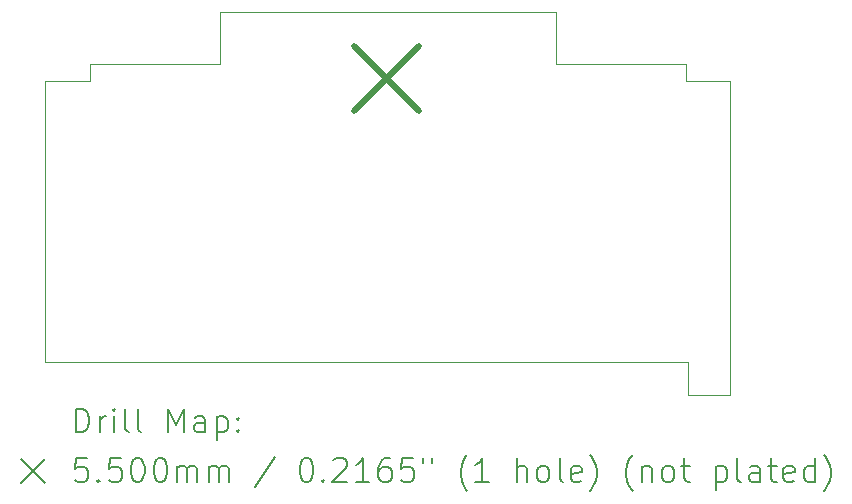
<source format=gbr>
%TF.GenerationSoftware,KiCad,Pcbnew,8.0.1*%
%TF.CreationDate,2024-06-04T21:42:47+02:00*%
%TF.ProjectId,BMW E30 VFL SI Indicator,424d5720-4533-4302-9056-464c20534920,rev?*%
%TF.SameCoordinates,Original*%
%TF.FileFunction,Drillmap*%
%TF.FilePolarity,Positive*%
%FSLAX45Y45*%
G04 Gerber Fmt 4.5, Leading zero omitted, Abs format (unit mm)*
G04 Created by KiCad (PCBNEW 8.0.1) date 2024-06-04 21:42:47*
%MOMM*%
%LPD*%
G01*
G04 APERTURE LIST*
%ADD10C,0.050000*%
%ADD11C,0.200000*%
%ADD12C,0.550000*%
G04 APERTURE END LIST*
D10*
X12520000Y-7820000D02*
X12520000Y-7680000D01*
X17940000Y-10480000D02*
X17940000Y-7820000D01*
X17580000Y-10200000D02*
X17580000Y-10480000D01*
X13620000Y-7240000D02*
X16460000Y-7240000D01*
X17560000Y-7820000D02*
X17560000Y-7680000D01*
X16460000Y-7680000D02*
X16460000Y-7240000D01*
X12140000Y-7820000D02*
X12520000Y-7820000D01*
X17580000Y-10480000D02*
X17940000Y-10480000D01*
X17940000Y-7820000D02*
X17560000Y-7820000D01*
X17560000Y-7680000D02*
X16460000Y-7680000D01*
X12520000Y-7680000D02*
X13620000Y-7680000D01*
X12140000Y-10200000D02*
X12140000Y-7820000D01*
X12140000Y-10200000D02*
X17580000Y-10200000D01*
X13620000Y-7680000D02*
X13620000Y-7240000D01*
D11*
D12*
X14755000Y-7525000D02*
X15305000Y-8075000D01*
X15305000Y-7525000D02*
X14755000Y-8075000D01*
D11*
X12398277Y-10793984D02*
X12398277Y-10593984D01*
X12398277Y-10593984D02*
X12445896Y-10593984D01*
X12445896Y-10593984D02*
X12474467Y-10603508D01*
X12474467Y-10603508D02*
X12493515Y-10622555D01*
X12493515Y-10622555D02*
X12503039Y-10641603D01*
X12503039Y-10641603D02*
X12512562Y-10679698D01*
X12512562Y-10679698D02*
X12512562Y-10708270D01*
X12512562Y-10708270D02*
X12503039Y-10746365D01*
X12503039Y-10746365D02*
X12493515Y-10765412D01*
X12493515Y-10765412D02*
X12474467Y-10784460D01*
X12474467Y-10784460D02*
X12445896Y-10793984D01*
X12445896Y-10793984D02*
X12398277Y-10793984D01*
X12598277Y-10793984D02*
X12598277Y-10660650D01*
X12598277Y-10698746D02*
X12607801Y-10679698D01*
X12607801Y-10679698D02*
X12617324Y-10670174D01*
X12617324Y-10670174D02*
X12636372Y-10660650D01*
X12636372Y-10660650D02*
X12655420Y-10660650D01*
X12722086Y-10793984D02*
X12722086Y-10660650D01*
X12722086Y-10593984D02*
X12712562Y-10603508D01*
X12712562Y-10603508D02*
X12722086Y-10613031D01*
X12722086Y-10613031D02*
X12731610Y-10603508D01*
X12731610Y-10603508D02*
X12722086Y-10593984D01*
X12722086Y-10593984D02*
X12722086Y-10613031D01*
X12845896Y-10793984D02*
X12826848Y-10784460D01*
X12826848Y-10784460D02*
X12817324Y-10765412D01*
X12817324Y-10765412D02*
X12817324Y-10593984D01*
X12950658Y-10793984D02*
X12931610Y-10784460D01*
X12931610Y-10784460D02*
X12922086Y-10765412D01*
X12922086Y-10765412D02*
X12922086Y-10593984D01*
X13179229Y-10793984D02*
X13179229Y-10593984D01*
X13179229Y-10593984D02*
X13245896Y-10736841D01*
X13245896Y-10736841D02*
X13312562Y-10593984D01*
X13312562Y-10593984D02*
X13312562Y-10793984D01*
X13493515Y-10793984D02*
X13493515Y-10689222D01*
X13493515Y-10689222D02*
X13483991Y-10670174D01*
X13483991Y-10670174D02*
X13464943Y-10660650D01*
X13464943Y-10660650D02*
X13426848Y-10660650D01*
X13426848Y-10660650D02*
X13407801Y-10670174D01*
X13493515Y-10784460D02*
X13474467Y-10793984D01*
X13474467Y-10793984D02*
X13426848Y-10793984D01*
X13426848Y-10793984D02*
X13407801Y-10784460D01*
X13407801Y-10784460D02*
X13398277Y-10765412D01*
X13398277Y-10765412D02*
X13398277Y-10746365D01*
X13398277Y-10746365D02*
X13407801Y-10727317D01*
X13407801Y-10727317D02*
X13426848Y-10717793D01*
X13426848Y-10717793D02*
X13474467Y-10717793D01*
X13474467Y-10717793D02*
X13493515Y-10708270D01*
X13588753Y-10660650D02*
X13588753Y-10860650D01*
X13588753Y-10670174D02*
X13607801Y-10660650D01*
X13607801Y-10660650D02*
X13645896Y-10660650D01*
X13645896Y-10660650D02*
X13664943Y-10670174D01*
X13664943Y-10670174D02*
X13674467Y-10679698D01*
X13674467Y-10679698D02*
X13683991Y-10698746D01*
X13683991Y-10698746D02*
X13683991Y-10755889D01*
X13683991Y-10755889D02*
X13674467Y-10774936D01*
X13674467Y-10774936D02*
X13664943Y-10784460D01*
X13664943Y-10784460D02*
X13645896Y-10793984D01*
X13645896Y-10793984D02*
X13607801Y-10793984D01*
X13607801Y-10793984D02*
X13588753Y-10784460D01*
X13769705Y-10774936D02*
X13779229Y-10784460D01*
X13779229Y-10784460D02*
X13769705Y-10793984D01*
X13769705Y-10793984D02*
X13760182Y-10784460D01*
X13760182Y-10784460D02*
X13769705Y-10774936D01*
X13769705Y-10774936D02*
X13769705Y-10793984D01*
X13769705Y-10670174D02*
X13779229Y-10679698D01*
X13779229Y-10679698D02*
X13769705Y-10689222D01*
X13769705Y-10689222D02*
X13760182Y-10679698D01*
X13760182Y-10679698D02*
X13769705Y-10670174D01*
X13769705Y-10670174D02*
X13769705Y-10689222D01*
X11937500Y-11022500D02*
X12137500Y-11222500D01*
X12137500Y-11022500D02*
X11937500Y-11222500D01*
X12493515Y-11013984D02*
X12398277Y-11013984D01*
X12398277Y-11013984D02*
X12388753Y-11109222D01*
X12388753Y-11109222D02*
X12398277Y-11099698D01*
X12398277Y-11099698D02*
X12417324Y-11090174D01*
X12417324Y-11090174D02*
X12464943Y-11090174D01*
X12464943Y-11090174D02*
X12483991Y-11099698D01*
X12483991Y-11099698D02*
X12493515Y-11109222D01*
X12493515Y-11109222D02*
X12503039Y-11128270D01*
X12503039Y-11128270D02*
X12503039Y-11175889D01*
X12503039Y-11175889D02*
X12493515Y-11194936D01*
X12493515Y-11194936D02*
X12483991Y-11204460D01*
X12483991Y-11204460D02*
X12464943Y-11213984D01*
X12464943Y-11213984D02*
X12417324Y-11213984D01*
X12417324Y-11213984D02*
X12398277Y-11204460D01*
X12398277Y-11204460D02*
X12388753Y-11194936D01*
X12588753Y-11194936D02*
X12598277Y-11204460D01*
X12598277Y-11204460D02*
X12588753Y-11213984D01*
X12588753Y-11213984D02*
X12579229Y-11204460D01*
X12579229Y-11204460D02*
X12588753Y-11194936D01*
X12588753Y-11194936D02*
X12588753Y-11213984D01*
X12779229Y-11013984D02*
X12683991Y-11013984D01*
X12683991Y-11013984D02*
X12674467Y-11109222D01*
X12674467Y-11109222D02*
X12683991Y-11099698D01*
X12683991Y-11099698D02*
X12703039Y-11090174D01*
X12703039Y-11090174D02*
X12750658Y-11090174D01*
X12750658Y-11090174D02*
X12769705Y-11099698D01*
X12769705Y-11099698D02*
X12779229Y-11109222D01*
X12779229Y-11109222D02*
X12788753Y-11128270D01*
X12788753Y-11128270D02*
X12788753Y-11175889D01*
X12788753Y-11175889D02*
X12779229Y-11194936D01*
X12779229Y-11194936D02*
X12769705Y-11204460D01*
X12769705Y-11204460D02*
X12750658Y-11213984D01*
X12750658Y-11213984D02*
X12703039Y-11213984D01*
X12703039Y-11213984D02*
X12683991Y-11204460D01*
X12683991Y-11204460D02*
X12674467Y-11194936D01*
X12912562Y-11013984D02*
X12931610Y-11013984D01*
X12931610Y-11013984D02*
X12950658Y-11023508D01*
X12950658Y-11023508D02*
X12960182Y-11033031D01*
X12960182Y-11033031D02*
X12969705Y-11052079D01*
X12969705Y-11052079D02*
X12979229Y-11090174D01*
X12979229Y-11090174D02*
X12979229Y-11137793D01*
X12979229Y-11137793D02*
X12969705Y-11175889D01*
X12969705Y-11175889D02*
X12960182Y-11194936D01*
X12960182Y-11194936D02*
X12950658Y-11204460D01*
X12950658Y-11204460D02*
X12931610Y-11213984D01*
X12931610Y-11213984D02*
X12912562Y-11213984D01*
X12912562Y-11213984D02*
X12893515Y-11204460D01*
X12893515Y-11204460D02*
X12883991Y-11194936D01*
X12883991Y-11194936D02*
X12874467Y-11175889D01*
X12874467Y-11175889D02*
X12864943Y-11137793D01*
X12864943Y-11137793D02*
X12864943Y-11090174D01*
X12864943Y-11090174D02*
X12874467Y-11052079D01*
X12874467Y-11052079D02*
X12883991Y-11033031D01*
X12883991Y-11033031D02*
X12893515Y-11023508D01*
X12893515Y-11023508D02*
X12912562Y-11013984D01*
X13103039Y-11013984D02*
X13122086Y-11013984D01*
X13122086Y-11013984D02*
X13141134Y-11023508D01*
X13141134Y-11023508D02*
X13150658Y-11033031D01*
X13150658Y-11033031D02*
X13160182Y-11052079D01*
X13160182Y-11052079D02*
X13169705Y-11090174D01*
X13169705Y-11090174D02*
X13169705Y-11137793D01*
X13169705Y-11137793D02*
X13160182Y-11175889D01*
X13160182Y-11175889D02*
X13150658Y-11194936D01*
X13150658Y-11194936D02*
X13141134Y-11204460D01*
X13141134Y-11204460D02*
X13122086Y-11213984D01*
X13122086Y-11213984D02*
X13103039Y-11213984D01*
X13103039Y-11213984D02*
X13083991Y-11204460D01*
X13083991Y-11204460D02*
X13074467Y-11194936D01*
X13074467Y-11194936D02*
X13064943Y-11175889D01*
X13064943Y-11175889D02*
X13055420Y-11137793D01*
X13055420Y-11137793D02*
X13055420Y-11090174D01*
X13055420Y-11090174D02*
X13064943Y-11052079D01*
X13064943Y-11052079D02*
X13074467Y-11033031D01*
X13074467Y-11033031D02*
X13083991Y-11023508D01*
X13083991Y-11023508D02*
X13103039Y-11013984D01*
X13255420Y-11213984D02*
X13255420Y-11080650D01*
X13255420Y-11099698D02*
X13264943Y-11090174D01*
X13264943Y-11090174D02*
X13283991Y-11080650D01*
X13283991Y-11080650D02*
X13312563Y-11080650D01*
X13312563Y-11080650D02*
X13331610Y-11090174D01*
X13331610Y-11090174D02*
X13341134Y-11109222D01*
X13341134Y-11109222D02*
X13341134Y-11213984D01*
X13341134Y-11109222D02*
X13350658Y-11090174D01*
X13350658Y-11090174D02*
X13369705Y-11080650D01*
X13369705Y-11080650D02*
X13398277Y-11080650D01*
X13398277Y-11080650D02*
X13417324Y-11090174D01*
X13417324Y-11090174D02*
X13426848Y-11109222D01*
X13426848Y-11109222D02*
X13426848Y-11213984D01*
X13522086Y-11213984D02*
X13522086Y-11080650D01*
X13522086Y-11099698D02*
X13531610Y-11090174D01*
X13531610Y-11090174D02*
X13550658Y-11080650D01*
X13550658Y-11080650D02*
X13579229Y-11080650D01*
X13579229Y-11080650D02*
X13598277Y-11090174D01*
X13598277Y-11090174D02*
X13607801Y-11109222D01*
X13607801Y-11109222D02*
X13607801Y-11213984D01*
X13607801Y-11109222D02*
X13617324Y-11090174D01*
X13617324Y-11090174D02*
X13636372Y-11080650D01*
X13636372Y-11080650D02*
X13664943Y-11080650D01*
X13664943Y-11080650D02*
X13683991Y-11090174D01*
X13683991Y-11090174D02*
X13693515Y-11109222D01*
X13693515Y-11109222D02*
X13693515Y-11213984D01*
X14083991Y-11004460D02*
X13912563Y-11261603D01*
X14341134Y-11013984D02*
X14360182Y-11013984D01*
X14360182Y-11013984D02*
X14379229Y-11023508D01*
X14379229Y-11023508D02*
X14388753Y-11033031D01*
X14388753Y-11033031D02*
X14398277Y-11052079D01*
X14398277Y-11052079D02*
X14407801Y-11090174D01*
X14407801Y-11090174D02*
X14407801Y-11137793D01*
X14407801Y-11137793D02*
X14398277Y-11175889D01*
X14398277Y-11175889D02*
X14388753Y-11194936D01*
X14388753Y-11194936D02*
X14379229Y-11204460D01*
X14379229Y-11204460D02*
X14360182Y-11213984D01*
X14360182Y-11213984D02*
X14341134Y-11213984D01*
X14341134Y-11213984D02*
X14322086Y-11204460D01*
X14322086Y-11204460D02*
X14312563Y-11194936D01*
X14312563Y-11194936D02*
X14303039Y-11175889D01*
X14303039Y-11175889D02*
X14293515Y-11137793D01*
X14293515Y-11137793D02*
X14293515Y-11090174D01*
X14293515Y-11090174D02*
X14303039Y-11052079D01*
X14303039Y-11052079D02*
X14312563Y-11033031D01*
X14312563Y-11033031D02*
X14322086Y-11023508D01*
X14322086Y-11023508D02*
X14341134Y-11013984D01*
X14493515Y-11194936D02*
X14503039Y-11204460D01*
X14503039Y-11204460D02*
X14493515Y-11213984D01*
X14493515Y-11213984D02*
X14483991Y-11204460D01*
X14483991Y-11204460D02*
X14493515Y-11194936D01*
X14493515Y-11194936D02*
X14493515Y-11213984D01*
X14579229Y-11033031D02*
X14588753Y-11023508D01*
X14588753Y-11023508D02*
X14607801Y-11013984D01*
X14607801Y-11013984D02*
X14655420Y-11013984D01*
X14655420Y-11013984D02*
X14674467Y-11023508D01*
X14674467Y-11023508D02*
X14683991Y-11033031D01*
X14683991Y-11033031D02*
X14693515Y-11052079D01*
X14693515Y-11052079D02*
X14693515Y-11071127D01*
X14693515Y-11071127D02*
X14683991Y-11099698D01*
X14683991Y-11099698D02*
X14569706Y-11213984D01*
X14569706Y-11213984D02*
X14693515Y-11213984D01*
X14883991Y-11213984D02*
X14769706Y-11213984D01*
X14826848Y-11213984D02*
X14826848Y-11013984D01*
X14826848Y-11013984D02*
X14807801Y-11042555D01*
X14807801Y-11042555D02*
X14788753Y-11061603D01*
X14788753Y-11061603D02*
X14769706Y-11071127D01*
X15055420Y-11013984D02*
X15017325Y-11013984D01*
X15017325Y-11013984D02*
X14998277Y-11023508D01*
X14998277Y-11023508D02*
X14988753Y-11033031D01*
X14988753Y-11033031D02*
X14969706Y-11061603D01*
X14969706Y-11061603D02*
X14960182Y-11099698D01*
X14960182Y-11099698D02*
X14960182Y-11175889D01*
X14960182Y-11175889D02*
X14969706Y-11194936D01*
X14969706Y-11194936D02*
X14979229Y-11204460D01*
X14979229Y-11204460D02*
X14998277Y-11213984D01*
X14998277Y-11213984D02*
X15036372Y-11213984D01*
X15036372Y-11213984D02*
X15055420Y-11204460D01*
X15055420Y-11204460D02*
X15064944Y-11194936D01*
X15064944Y-11194936D02*
X15074467Y-11175889D01*
X15074467Y-11175889D02*
X15074467Y-11128270D01*
X15074467Y-11128270D02*
X15064944Y-11109222D01*
X15064944Y-11109222D02*
X15055420Y-11099698D01*
X15055420Y-11099698D02*
X15036372Y-11090174D01*
X15036372Y-11090174D02*
X14998277Y-11090174D01*
X14998277Y-11090174D02*
X14979229Y-11099698D01*
X14979229Y-11099698D02*
X14969706Y-11109222D01*
X14969706Y-11109222D02*
X14960182Y-11128270D01*
X15255420Y-11013984D02*
X15160182Y-11013984D01*
X15160182Y-11013984D02*
X15150658Y-11109222D01*
X15150658Y-11109222D02*
X15160182Y-11099698D01*
X15160182Y-11099698D02*
X15179229Y-11090174D01*
X15179229Y-11090174D02*
X15226848Y-11090174D01*
X15226848Y-11090174D02*
X15245896Y-11099698D01*
X15245896Y-11099698D02*
X15255420Y-11109222D01*
X15255420Y-11109222D02*
X15264944Y-11128270D01*
X15264944Y-11128270D02*
X15264944Y-11175889D01*
X15264944Y-11175889D02*
X15255420Y-11194936D01*
X15255420Y-11194936D02*
X15245896Y-11204460D01*
X15245896Y-11204460D02*
X15226848Y-11213984D01*
X15226848Y-11213984D02*
X15179229Y-11213984D01*
X15179229Y-11213984D02*
X15160182Y-11204460D01*
X15160182Y-11204460D02*
X15150658Y-11194936D01*
X15341134Y-11013984D02*
X15341134Y-11052079D01*
X15417325Y-11013984D02*
X15417325Y-11052079D01*
X15712563Y-11290174D02*
X15703039Y-11280650D01*
X15703039Y-11280650D02*
X15683991Y-11252079D01*
X15683991Y-11252079D02*
X15674468Y-11233031D01*
X15674468Y-11233031D02*
X15664944Y-11204460D01*
X15664944Y-11204460D02*
X15655420Y-11156841D01*
X15655420Y-11156841D02*
X15655420Y-11118746D01*
X15655420Y-11118746D02*
X15664944Y-11071127D01*
X15664944Y-11071127D02*
X15674468Y-11042555D01*
X15674468Y-11042555D02*
X15683991Y-11023508D01*
X15683991Y-11023508D02*
X15703039Y-10994936D01*
X15703039Y-10994936D02*
X15712563Y-10985412D01*
X15893515Y-11213984D02*
X15779229Y-11213984D01*
X15836372Y-11213984D02*
X15836372Y-11013984D01*
X15836372Y-11013984D02*
X15817325Y-11042555D01*
X15817325Y-11042555D02*
X15798277Y-11061603D01*
X15798277Y-11061603D02*
X15779229Y-11071127D01*
X16131610Y-11213984D02*
X16131610Y-11013984D01*
X16217325Y-11213984D02*
X16217325Y-11109222D01*
X16217325Y-11109222D02*
X16207801Y-11090174D01*
X16207801Y-11090174D02*
X16188753Y-11080650D01*
X16188753Y-11080650D02*
X16160182Y-11080650D01*
X16160182Y-11080650D02*
X16141134Y-11090174D01*
X16141134Y-11090174D02*
X16131610Y-11099698D01*
X16341134Y-11213984D02*
X16322087Y-11204460D01*
X16322087Y-11204460D02*
X16312563Y-11194936D01*
X16312563Y-11194936D02*
X16303039Y-11175889D01*
X16303039Y-11175889D02*
X16303039Y-11118746D01*
X16303039Y-11118746D02*
X16312563Y-11099698D01*
X16312563Y-11099698D02*
X16322087Y-11090174D01*
X16322087Y-11090174D02*
X16341134Y-11080650D01*
X16341134Y-11080650D02*
X16369706Y-11080650D01*
X16369706Y-11080650D02*
X16388753Y-11090174D01*
X16388753Y-11090174D02*
X16398277Y-11099698D01*
X16398277Y-11099698D02*
X16407801Y-11118746D01*
X16407801Y-11118746D02*
X16407801Y-11175889D01*
X16407801Y-11175889D02*
X16398277Y-11194936D01*
X16398277Y-11194936D02*
X16388753Y-11204460D01*
X16388753Y-11204460D02*
X16369706Y-11213984D01*
X16369706Y-11213984D02*
X16341134Y-11213984D01*
X16522087Y-11213984D02*
X16503039Y-11204460D01*
X16503039Y-11204460D02*
X16493515Y-11185412D01*
X16493515Y-11185412D02*
X16493515Y-11013984D01*
X16674468Y-11204460D02*
X16655420Y-11213984D01*
X16655420Y-11213984D02*
X16617325Y-11213984D01*
X16617325Y-11213984D02*
X16598277Y-11204460D01*
X16598277Y-11204460D02*
X16588753Y-11185412D01*
X16588753Y-11185412D02*
X16588753Y-11109222D01*
X16588753Y-11109222D02*
X16598277Y-11090174D01*
X16598277Y-11090174D02*
X16617325Y-11080650D01*
X16617325Y-11080650D02*
X16655420Y-11080650D01*
X16655420Y-11080650D02*
X16674468Y-11090174D01*
X16674468Y-11090174D02*
X16683991Y-11109222D01*
X16683991Y-11109222D02*
X16683991Y-11128270D01*
X16683991Y-11128270D02*
X16588753Y-11147317D01*
X16750658Y-11290174D02*
X16760182Y-11280650D01*
X16760182Y-11280650D02*
X16779230Y-11252079D01*
X16779230Y-11252079D02*
X16788753Y-11233031D01*
X16788753Y-11233031D02*
X16798277Y-11204460D01*
X16798277Y-11204460D02*
X16807801Y-11156841D01*
X16807801Y-11156841D02*
X16807801Y-11118746D01*
X16807801Y-11118746D02*
X16798277Y-11071127D01*
X16798277Y-11071127D02*
X16788753Y-11042555D01*
X16788753Y-11042555D02*
X16779230Y-11023508D01*
X16779230Y-11023508D02*
X16760182Y-10994936D01*
X16760182Y-10994936D02*
X16750658Y-10985412D01*
X17112563Y-11290174D02*
X17103039Y-11280650D01*
X17103039Y-11280650D02*
X17083992Y-11252079D01*
X17083992Y-11252079D02*
X17074468Y-11233031D01*
X17074468Y-11233031D02*
X17064944Y-11204460D01*
X17064944Y-11204460D02*
X17055420Y-11156841D01*
X17055420Y-11156841D02*
X17055420Y-11118746D01*
X17055420Y-11118746D02*
X17064944Y-11071127D01*
X17064944Y-11071127D02*
X17074468Y-11042555D01*
X17074468Y-11042555D02*
X17083992Y-11023508D01*
X17083992Y-11023508D02*
X17103039Y-10994936D01*
X17103039Y-10994936D02*
X17112563Y-10985412D01*
X17188753Y-11080650D02*
X17188753Y-11213984D01*
X17188753Y-11099698D02*
X17198277Y-11090174D01*
X17198277Y-11090174D02*
X17217325Y-11080650D01*
X17217325Y-11080650D02*
X17245896Y-11080650D01*
X17245896Y-11080650D02*
X17264944Y-11090174D01*
X17264944Y-11090174D02*
X17274468Y-11109222D01*
X17274468Y-11109222D02*
X17274468Y-11213984D01*
X17398277Y-11213984D02*
X17379230Y-11204460D01*
X17379230Y-11204460D02*
X17369706Y-11194936D01*
X17369706Y-11194936D02*
X17360182Y-11175889D01*
X17360182Y-11175889D02*
X17360182Y-11118746D01*
X17360182Y-11118746D02*
X17369706Y-11099698D01*
X17369706Y-11099698D02*
X17379230Y-11090174D01*
X17379230Y-11090174D02*
X17398277Y-11080650D01*
X17398277Y-11080650D02*
X17426849Y-11080650D01*
X17426849Y-11080650D02*
X17445896Y-11090174D01*
X17445896Y-11090174D02*
X17455420Y-11099698D01*
X17455420Y-11099698D02*
X17464944Y-11118746D01*
X17464944Y-11118746D02*
X17464944Y-11175889D01*
X17464944Y-11175889D02*
X17455420Y-11194936D01*
X17455420Y-11194936D02*
X17445896Y-11204460D01*
X17445896Y-11204460D02*
X17426849Y-11213984D01*
X17426849Y-11213984D02*
X17398277Y-11213984D01*
X17522087Y-11080650D02*
X17598277Y-11080650D01*
X17550658Y-11013984D02*
X17550658Y-11185412D01*
X17550658Y-11185412D02*
X17560182Y-11204460D01*
X17560182Y-11204460D02*
X17579230Y-11213984D01*
X17579230Y-11213984D02*
X17598277Y-11213984D01*
X17817325Y-11080650D02*
X17817325Y-11280650D01*
X17817325Y-11090174D02*
X17836373Y-11080650D01*
X17836373Y-11080650D02*
X17874468Y-11080650D01*
X17874468Y-11080650D02*
X17893515Y-11090174D01*
X17893515Y-11090174D02*
X17903039Y-11099698D01*
X17903039Y-11099698D02*
X17912563Y-11118746D01*
X17912563Y-11118746D02*
X17912563Y-11175889D01*
X17912563Y-11175889D02*
X17903039Y-11194936D01*
X17903039Y-11194936D02*
X17893515Y-11204460D01*
X17893515Y-11204460D02*
X17874468Y-11213984D01*
X17874468Y-11213984D02*
X17836373Y-11213984D01*
X17836373Y-11213984D02*
X17817325Y-11204460D01*
X18026849Y-11213984D02*
X18007801Y-11204460D01*
X18007801Y-11204460D02*
X17998277Y-11185412D01*
X17998277Y-11185412D02*
X17998277Y-11013984D01*
X18188754Y-11213984D02*
X18188754Y-11109222D01*
X18188754Y-11109222D02*
X18179230Y-11090174D01*
X18179230Y-11090174D02*
X18160182Y-11080650D01*
X18160182Y-11080650D02*
X18122087Y-11080650D01*
X18122087Y-11080650D02*
X18103039Y-11090174D01*
X18188754Y-11204460D02*
X18169706Y-11213984D01*
X18169706Y-11213984D02*
X18122087Y-11213984D01*
X18122087Y-11213984D02*
X18103039Y-11204460D01*
X18103039Y-11204460D02*
X18093515Y-11185412D01*
X18093515Y-11185412D02*
X18093515Y-11166365D01*
X18093515Y-11166365D02*
X18103039Y-11147317D01*
X18103039Y-11147317D02*
X18122087Y-11137793D01*
X18122087Y-11137793D02*
X18169706Y-11137793D01*
X18169706Y-11137793D02*
X18188754Y-11128270D01*
X18255420Y-11080650D02*
X18331611Y-11080650D01*
X18283992Y-11013984D02*
X18283992Y-11185412D01*
X18283992Y-11185412D02*
X18293515Y-11204460D01*
X18293515Y-11204460D02*
X18312563Y-11213984D01*
X18312563Y-11213984D02*
X18331611Y-11213984D01*
X18474468Y-11204460D02*
X18455420Y-11213984D01*
X18455420Y-11213984D02*
X18417325Y-11213984D01*
X18417325Y-11213984D02*
X18398277Y-11204460D01*
X18398277Y-11204460D02*
X18388754Y-11185412D01*
X18388754Y-11185412D02*
X18388754Y-11109222D01*
X18388754Y-11109222D02*
X18398277Y-11090174D01*
X18398277Y-11090174D02*
X18417325Y-11080650D01*
X18417325Y-11080650D02*
X18455420Y-11080650D01*
X18455420Y-11080650D02*
X18474468Y-11090174D01*
X18474468Y-11090174D02*
X18483992Y-11109222D01*
X18483992Y-11109222D02*
X18483992Y-11128270D01*
X18483992Y-11128270D02*
X18388754Y-11147317D01*
X18655420Y-11213984D02*
X18655420Y-11013984D01*
X18655420Y-11204460D02*
X18636373Y-11213984D01*
X18636373Y-11213984D02*
X18598277Y-11213984D01*
X18598277Y-11213984D02*
X18579230Y-11204460D01*
X18579230Y-11204460D02*
X18569706Y-11194936D01*
X18569706Y-11194936D02*
X18560182Y-11175889D01*
X18560182Y-11175889D02*
X18560182Y-11118746D01*
X18560182Y-11118746D02*
X18569706Y-11099698D01*
X18569706Y-11099698D02*
X18579230Y-11090174D01*
X18579230Y-11090174D02*
X18598277Y-11080650D01*
X18598277Y-11080650D02*
X18636373Y-11080650D01*
X18636373Y-11080650D02*
X18655420Y-11090174D01*
X18731611Y-11290174D02*
X18741135Y-11280650D01*
X18741135Y-11280650D02*
X18760182Y-11252079D01*
X18760182Y-11252079D02*
X18769706Y-11233031D01*
X18769706Y-11233031D02*
X18779230Y-11204460D01*
X18779230Y-11204460D02*
X18788754Y-11156841D01*
X18788754Y-11156841D02*
X18788754Y-11118746D01*
X18788754Y-11118746D02*
X18779230Y-11071127D01*
X18779230Y-11071127D02*
X18769706Y-11042555D01*
X18769706Y-11042555D02*
X18760182Y-11023508D01*
X18760182Y-11023508D02*
X18741135Y-10994936D01*
X18741135Y-10994936D02*
X18731611Y-10985412D01*
M02*

</source>
